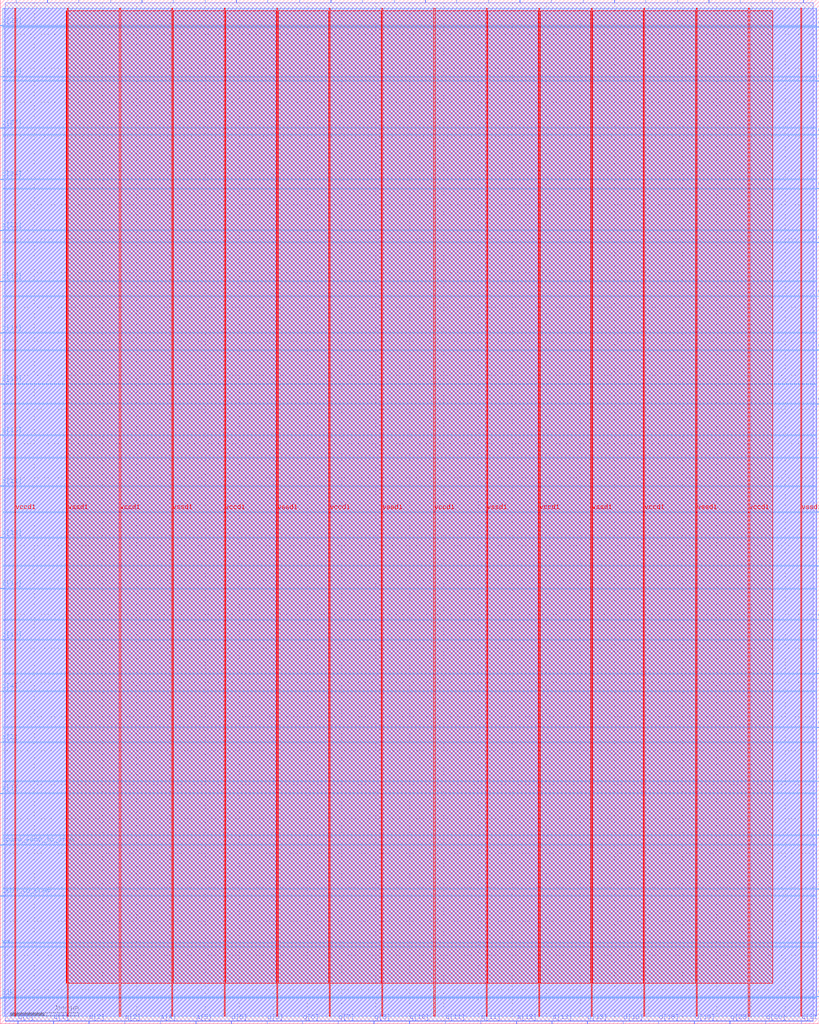
<source format=lef>
VERSION 5.7 ;
  NOWIREEXTENSIONATPIN ON ;
  DIVIDERCHAR "/" ;
  BUSBITCHARS "[]" ;
MACRO custom_sram
  CLASS BLOCK ;
  FOREIGN custom_sram ;
  ORIGIN 0.000 0.000 ;
  SIZE 1200.000 BY 1500.000 ;
  PIN a[0]
    DIRECTION INPUT ;
    USE SIGNAL ;
    PORT
      LAYER met2 ;
        RECT 23.090 1496.000 23.370 1500.000 ;
    END
  END a[0]
  PIN a[10]
    DIRECTION INPUT ;
    USE SIGNAL ;
    PORT
      LAYER met2 ;
        RECT 392.010 1496.000 392.290 1500.000 ;
    END
  END a[10]
  PIN a[11]
    DIRECTION INPUT ;
    USE SIGNAL ;
    PORT
      LAYER met3 ;
        RECT 1196.000 670.520 1200.000 671.120 ;
    END
  END a[11]
  PIN a[12]
    DIRECTION INPUT ;
    USE SIGNAL ;
    PORT
      LAYER met3 ;
        RECT 0.000 637.200 4.000 637.800 ;
    END
  END a[12]
  PIN a[13]
    DIRECTION INPUT ;
    USE SIGNAL ;
    PORT
      LAYER met2 ;
        RECT 756.330 0.000 756.610 4.000 ;
    END
  END a[13]
  PIN a[14]
    DIRECTION INPUT ;
    USE SIGNAL ;
    PORT
      LAYER met3 ;
        RECT 1196.000 749.400 1200.000 750.000 ;
    END
  END a[14]
  PIN a[15]
    DIRECTION INPUT ;
    USE SIGNAL ;
    PORT
      LAYER met3 ;
        RECT 0.000 862.280 4.000 862.880 ;
    END
  END a[15]
  PIN a[16]
    DIRECTION INPUT ;
    USE SIGNAL ;
    PORT
      LAYER met3 ;
        RECT 0.000 937.080 4.000 937.680 ;
    END
  END a[16]
  PIN a[17]
    DIRECTION INPUT ;
    USE SIGNAL ;
    PORT
      LAYER met2 ;
        RECT 668.930 1496.000 669.210 1500.000 ;
    END
  END a[17]
  PIN a[18]
    DIRECTION INPUT ;
    USE SIGNAL ;
    PORT
      LAYER met2 ;
        RECT 761.390 1496.000 761.670 1500.000 ;
    END
  END a[18]
  PIN a[19]
    DIRECTION INPUT ;
    USE SIGNAL ;
    PORT
      LAYER met3 ;
        RECT 1196.000 828.960 1200.000 829.560 ;
    END
  END a[19]
  PIN a[1]
    DIRECTION INPUT ;
    USE SIGNAL ;
    PORT
      LAYER met3 ;
        RECT 0.000 337.320 4.000 337.920 ;
    END
  END a[1]
  PIN a[2]
    DIRECTION INPUT ;
    USE SIGNAL ;
    PORT
      LAYER met2 ;
        RECT 115.090 1496.000 115.370 1500.000 ;
    END
  END a[2]
  PIN a[3]
    DIRECTION INPUT ;
    USE SIGNAL ;
    PORT
      LAYER met2 ;
        RECT 161.550 1496.000 161.830 1500.000 ;
    END
  END a[3]
  PIN a[4]
    DIRECTION INPUT ;
    USE SIGNAL ;
    PORT
      LAYER met2 ;
        RECT 234.230 0.000 234.510 4.000 ;
    END
  END a[4]
  PIN a[5]
    DIRECTION INPUT ;
    USE SIGNAL ;
    PORT
      LAYER met2 ;
        RECT 286.670 0.000 286.950 4.000 ;
    END
  END a[5]
  PIN a[6]
    DIRECTION INPUT ;
    USE SIGNAL ;
    PORT
      LAYER met3 ;
        RECT 1196.000 197.240 1200.000 197.840 ;
    END
  END a[6]
  PIN a[7]
    DIRECTION INPUT ;
    USE SIGNAL ;
    PORT
      LAYER met3 ;
        RECT 1196.000 355.000 1200.000 355.600 ;
    END
  END a[7]
  PIN a[8]
    DIRECTION INPUT ;
    USE SIGNAL ;
    PORT
      LAYER met2 ;
        RECT 300.010 1496.000 300.290 1500.000 ;
    END
  END a[8]
  PIN a[9]
    DIRECTION INPUT ;
    USE SIGNAL ;
    PORT
      LAYER met3 ;
        RECT 1196.000 512.760 1200.000 513.360 ;
    END
  END a[9]
  PIN clk
    DIRECTION INPUT ;
    USE SIGNAL ;
    PORT
      LAYER met3 ;
        RECT 0.000 37.440 4.000 38.040 ;
    END
  END clk
  PIN csb0_to_sram
    DIRECTION INPUT ;
    USE SIGNAL ;
    PORT
      LAYER met3 ;
        RECT 0.000 187.040 4.000 187.640 ;
    END
  END csb0_to_sram
  PIN d[0]
    DIRECTION INPUT ;
    USE SIGNAL ;
    PORT
      LAYER met2 ;
        RECT 25.850 0.000 26.130 4.000 ;
    END
  END d[0]
  PIN d[10]
    DIRECTION INPUT ;
    USE SIGNAL ;
    PORT
      LAYER met3 ;
        RECT 0.000 562.400 4.000 563.000 ;
    END
  END d[10]
  PIN d[11]
    DIRECTION INPUT ;
    USE SIGNAL ;
    PORT
      LAYER met2 ;
        RECT 651.910 0.000 652.190 4.000 ;
    END
  END d[11]
  PIN d[12]
    DIRECTION INPUT ;
    USE SIGNAL ;
    PORT
      LAYER met2 ;
        RECT 438.470 1496.000 438.750 1500.000 ;
    END
  END d[12]
  PIN d[13]
    DIRECTION INPUT ;
    USE SIGNAL ;
    PORT
      LAYER met2 ;
        RECT 808.310 0.000 808.590 4.000 ;
    END
  END d[13]
  PIN d[14]
    DIRECTION INPUT ;
    USE SIGNAL ;
    PORT
      LAYER met3 ;
        RECT 0.000 712.000 4.000 712.600 ;
    END
  END d[14]
  PIN d[15]
    DIRECTION INPUT ;
    USE SIGNAL ;
    PORT
      LAYER met2 ;
        RECT 530.470 1496.000 530.750 1500.000 ;
    END
  END d[15]
  PIN d[16]
    DIRECTION INPUT ;
    USE SIGNAL ;
    PORT
      LAYER met2 ;
        RECT 912.730 0.000 913.010 4.000 ;
    END
  END d[16]
  PIN d[17]
    DIRECTION INPUT ;
    USE SIGNAL ;
    PORT
      LAYER met3 ;
        RECT 0.000 1011.880 4.000 1012.480 ;
    END
  END d[17]
  PIN d[18]
    DIRECTION INPUT ;
    USE SIGNAL ;
    PORT
      LAYER met2 ;
        RECT 964.710 0.000 964.990 4.000 ;
    END
  END d[18]
  PIN d[19]
    DIRECTION INPUT ;
    USE SIGNAL ;
    PORT
      LAYER met2 ;
        RECT 1017.150 0.000 1017.430 4.000 ;
    END
  END d[19]
  PIN d[1]
    DIRECTION INPUT ;
    USE SIGNAL ;
    PORT
      LAYER met2 ;
        RECT 77.830 0.000 78.110 4.000 ;
    END
  END d[1]
  PIN d[20]
    DIRECTION INPUT ;
    USE SIGNAL ;
    PORT
      LAYER met2 ;
        RECT 853.850 1496.000 854.130 1500.000 ;
    END
  END d[20]
  PIN d[21]
    DIRECTION INPUT ;
    USE SIGNAL ;
    PORT
      LAYER met3 ;
        RECT 1196.000 907.840 1200.000 908.440 ;
    END
  END d[21]
  PIN d[22]
    DIRECTION INPUT ;
    USE SIGNAL ;
    PORT
      LAYER met3 ;
        RECT 1196.000 986.720 1200.000 987.320 ;
    END
  END d[22]
  PIN d[23]
    DIRECTION INPUT ;
    USE SIGNAL ;
    PORT
      LAYER met3 ;
        RECT 0.000 1162.160 4.000 1162.760 ;
    END
  END d[23]
  PIN d[24]
    DIRECTION INPUT ;
    USE SIGNAL ;
    PORT
      LAYER met3 ;
        RECT 1196.000 1144.480 1200.000 1145.080 ;
    END
  END d[24]
  PIN d[25]
    DIRECTION INPUT ;
    USE SIGNAL ;
    PORT
      LAYER met2 ;
        RECT 1038.310 1496.000 1038.590 1500.000 ;
    END
  END d[25]
  PIN d[26]
    DIRECTION INPUT ;
    USE SIGNAL ;
    PORT
      LAYER met3 ;
        RECT 1196.000 1302.240 1200.000 1302.840 ;
    END
  END d[26]
  PIN d[27]
    DIRECTION INPUT ;
    USE SIGNAL ;
    PORT
      LAYER met3 ;
        RECT 0.000 1312.440 4.000 1313.040 ;
    END
  END d[27]
  PIN d[28]
    DIRECTION INPUT ;
    USE SIGNAL ;
    PORT
      LAYER met3 ;
        RECT 0.000 1462.040 4.000 1462.640 ;
    END
  END d[28]
  PIN d[29]
    DIRECTION INPUT ;
    USE SIGNAL ;
    PORT
      LAYER met3 ;
        RECT 1196.000 1381.120 1200.000 1381.720 ;
    END
  END d[29]
  PIN d[2]
    DIRECTION INPUT ;
    USE SIGNAL ;
    PORT
      LAYER met2 ;
        RECT 129.810 0.000 130.090 4.000 ;
    END
  END d[2]
  PIN d[30]
    DIRECTION INPUT ;
    USE SIGNAL ;
    PORT
      LAYER met2 ;
        RECT 1121.570 0.000 1121.850 4.000 ;
    END
  END d[30]
  PIN d[31]
    DIRECTION INPUT ;
    USE SIGNAL ;
    PORT
      LAYER met2 ;
        RECT 1173.550 0.000 1173.830 4.000 ;
    END
  END d[31]
  PIN d[3]
    DIRECTION INPUT ;
    USE SIGNAL ;
    PORT
      LAYER met3 ;
        RECT 0.000 412.120 4.000 412.720 ;
    END
  END d[3]
  PIN d[4]
    DIRECTION INPUT ;
    USE SIGNAL ;
    PORT
      LAYER met3 ;
        RECT 0.000 486.920 4.000 487.520 ;
    END
  END d[4]
  PIN d[5]
    DIRECTION INPUT ;
    USE SIGNAL ;
    PORT
      LAYER met2 ;
        RECT 338.650 0.000 338.930 4.000 ;
    END
  END d[5]
  PIN d[6]
    DIRECTION INPUT ;
    USE SIGNAL ;
    PORT
      LAYER met3 ;
        RECT 1196.000 276.120 1200.000 276.720 ;
    END
  END d[6]
  PIN d[7]
    DIRECTION INPUT ;
    USE SIGNAL ;
    PORT
      LAYER met2 ;
        RECT 253.550 1496.000 253.830 1500.000 ;
    END
  END d[7]
  PIN d[8]
    DIRECTION INPUT ;
    USE SIGNAL ;
    PORT
      LAYER met3 ;
        RECT 1196.000 433.880 1200.000 434.480 ;
    END
  END d[8]
  PIN d[9]
    DIRECTION INPUT ;
    USE SIGNAL ;
    PORT
      LAYER met2 ;
        RECT 346.010 1496.000 346.290 1500.000 ;
    END
  END d[9]
  PIN q[0]
    DIRECTION OUTPUT TRISTATE ;
    USE SIGNAL ;
    PORT
      LAYER met2 ;
        RECT 69.090 1496.000 69.370 1500.000 ;
    END
  END q[0]
  PIN q[10]
    DIRECTION OUTPUT TRISTATE ;
    USE SIGNAL ;
    PORT
      LAYER met2 ;
        RECT 599.470 0.000 599.750 4.000 ;
    END
  END q[10]
  PIN q[11]
    DIRECTION OUTPUT TRISTATE ;
    USE SIGNAL ;
    PORT
      LAYER met2 ;
        RECT 703.890 0.000 704.170 4.000 ;
    END
  END q[11]
  PIN q[12]
    DIRECTION OUTPUT TRISTATE ;
    USE SIGNAL ;
    PORT
      LAYER met2 ;
        RECT 484.470 1496.000 484.750 1500.000 ;
    END
  END q[12]
  PIN q[13]
    DIRECTION OUTPUT TRISTATE ;
    USE SIGNAL ;
    PORT
      LAYER met2 ;
        RECT 860.290 0.000 860.570 4.000 ;
    END
  END q[13]
  PIN q[14]
    DIRECTION OUTPUT TRISTATE ;
    USE SIGNAL ;
    PORT
      LAYER met3 ;
        RECT 0.000 787.480 4.000 788.080 ;
    END
  END q[14]
  PIN q[15]
    DIRECTION OUTPUT TRISTATE ;
    USE SIGNAL ;
    PORT
      LAYER met2 ;
        RECT 576.930 1496.000 577.210 1500.000 ;
    END
  END q[15]
  PIN q[16]
    DIRECTION OUTPUT TRISTATE ;
    USE SIGNAL ;
    PORT
      LAYER met2 ;
        RECT 622.930 1496.000 623.210 1500.000 ;
    END
  END q[16]
  PIN q[17]
    DIRECTION OUTPUT TRISTATE ;
    USE SIGNAL ;
    PORT
      LAYER met2 ;
        RECT 715.390 1496.000 715.670 1500.000 ;
    END
  END q[17]
  PIN q[18]
    DIRECTION OUTPUT TRISTATE ;
    USE SIGNAL ;
    PORT
      LAYER met2 ;
        RECT 807.390 1496.000 807.670 1500.000 ;
    END
  END q[18]
  PIN q[19]
    DIRECTION OUTPUT TRISTATE ;
    USE SIGNAL ;
    PORT
      LAYER met3 ;
        RECT 0.000 1087.360 4.000 1087.960 ;
    END
  END q[19]
  PIN q[1]
    DIRECTION OUTPUT TRISTATE ;
    USE SIGNAL ;
    PORT
      LAYER met3 ;
        RECT 1196.000 39.480 1200.000 40.080 ;
    END
  END q[1]
  PIN q[20]
    DIRECTION OUTPUT TRISTATE ;
    USE SIGNAL ;
    PORT
      LAYER met2 ;
        RECT 899.850 1496.000 900.130 1500.000 ;
    END
  END q[20]
  PIN q[21]
    DIRECTION OUTPUT TRISTATE ;
    USE SIGNAL ;
    PORT
      LAYER met2 ;
        RECT 945.850 1496.000 946.130 1500.000 ;
    END
  END q[21]
  PIN q[22]
    DIRECTION OUTPUT TRISTATE ;
    USE SIGNAL ;
    PORT
      LAYER met3 ;
        RECT 1196.000 1065.600 1200.000 1066.200 ;
    END
  END q[22]
  PIN q[23]
    DIRECTION OUTPUT TRISTATE ;
    USE SIGNAL ;
    PORT
      LAYER met2 ;
        RECT 992.310 1496.000 992.590 1500.000 ;
    END
  END q[23]
  PIN q[24]
    DIRECTION OUTPUT TRISTATE ;
    USE SIGNAL ;
    PORT
      LAYER met3 ;
        RECT 0.000 1236.960 4.000 1237.560 ;
    END
  END q[24]
  PIN q[25]
    DIRECTION OUTPUT TRISTATE ;
    USE SIGNAL ;
    PORT
      LAYER met3 ;
        RECT 1196.000 1223.360 1200.000 1223.960 ;
    END
  END q[25]
  PIN q[26]
    DIRECTION OUTPUT TRISTATE ;
    USE SIGNAL ;
    PORT
      LAYER met2 ;
        RECT 1084.310 1496.000 1084.590 1500.000 ;
    END
  END q[26]
  PIN q[27]
    DIRECTION OUTPUT TRISTATE ;
    USE SIGNAL ;
    PORT
      LAYER met3 ;
        RECT 0.000 1387.240 4.000 1387.840 ;
    END
  END q[27]
  PIN q[28]
    DIRECTION OUTPUT TRISTATE ;
    USE SIGNAL ;
    PORT
      LAYER met2 ;
        RECT 1069.130 0.000 1069.410 4.000 ;
    END
  END q[28]
  PIN q[29]
    DIRECTION OUTPUT TRISTATE ;
    USE SIGNAL ;
    PORT
      LAYER met3 ;
        RECT 1196.000 1460.000 1200.000 1460.600 ;
    END
  END q[29]
  PIN q[2]
    DIRECTION OUTPUT TRISTATE ;
    USE SIGNAL ;
    PORT
      LAYER met2 ;
        RECT 182.250 0.000 182.530 4.000 ;
    END
  END q[2]
  PIN q[30]
    DIRECTION OUTPUT TRISTATE ;
    USE SIGNAL ;
    PORT
      LAYER met2 ;
        RECT 1130.770 1496.000 1131.050 1500.000 ;
    END
  END q[30]
  PIN q[31]
    DIRECTION OUTPUT TRISTATE ;
    USE SIGNAL ;
    PORT
      LAYER met2 ;
        RECT 1176.770 1496.000 1177.050 1500.000 ;
    END
  END q[31]
  PIN q[3]
    DIRECTION OUTPUT TRISTATE ;
    USE SIGNAL ;
    PORT
      LAYER met3 ;
        RECT 1196.000 118.360 1200.000 118.960 ;
    END
  END q[3]
  PIN q[4]
    DIRECTION OUTPUT TRISTATE ;
    USE SIGNAL ;
    PORT
      LAYER met2 ;
        RECT 207.550 1496.000 207.830 1500.000 ;
    END
  END q[4]
  PIN q[5]
    DIRECTION OUTPUT TRISTATE ;
    USE SIGNAL ;
    PORT
      LAYER met2 ;
        RECT 391.090 0.000 391.370 4.000 ;
    END
  END q[5]
  PIN q[6]
    DIRECTION OUTPUT TRISTATE ;
    USE SIGNAL ;
    PORT
      LAYER met2 ;
        RECT 443.070 0.000 443.350 4.000 ;
    END
  END q[6]
  PIN q[7]
    DIRECTION OUTPUT TRISTATE ;
    USE SIGNAL ;
    PORT
      LAYER met2 ;
        RECT 495.050 0.000 495.330 4.000 ;
    END
  END q[7]
  PIN q[8]
    DIRECTION OUTPUT TRISTATE ;
    USE SIGNAL ;
    PORT
      LAYER met2 ;
        RECT 547.490 0.000 547.770 4.000 ;
    END
  END q[8]
  PIN q[9]
    DIRECTION OUTPUT TRISTATE ;
    USE SIGNAL ;
    PORT
      LAYER met3 ;
        RECT 1196.000 591.640 1200.000 592.240 ;
    END
  END q[9]
  PIN spare_wen0_to_sram
    DIRECTION INPUT ;
    USE SIGNAL ;
    PORT
      LAYER met3 ;
        RECT 0.000 261.840 4.000 262.440 ;
    END
  END spare_wen0_to_sram
  PIN vccd1
    DIRECTION INPUT ;
    USE POWER ;
    PORT
      LAYER met4 ;
        RECT 21.040 10.640 22.640 1488.080 ;
    END
    PORT
      LAYER met4 ;
        RECT 174.640 10.640 176.240 1488.080 ;
    END
    PORT
      LAYER met4 ;
        RECT 328.240 10.640 329.840 1488.080 ;
    END
    PORT
      LAYER met4 ;
        RECT 481.840 10.640 483.440 1488.080 ;
    END
    PORT
      LAYER met4 ;
        RECT 635.440 10.640 637.040 1488.080 ;
    END
    PORT
      LAYER met4 ;
        RECT 789.040 10.640 790.640 1488.080 ;
    END
    PORT
      LAYER met4 ;
        RECT 942.640 10.640 944.240 1488.080 ;
    END
    PORT
      LAYER met4 ;
        RECT 1096.240 10.640 1097.840 1488.080 ;
    END
  END vccd1
  PIN vssd1
    DIRECTION INPUT ;
    USE GROUND ;
    PORT
      LAYER met4 ;
        RECT 97.840 10.640 99.440 1488.080 ;
    END
    PORT
      LAYER met4 ;
        RECT 251.440 10.640 253.040 1488.080 ;
    END
    PORT
      LAYER met4 ;
        RECT 405.040 10.640 406.640 1488.080 ;
    END
    PORT
      LAYER met4 ;
        RECT 558.640 10.640 560.240 1488.080 ;
    END
    PORT
      LAYER met4 ;
        RECT 712.240 10.640 713.840 1488.080 ;
    END
    PORT
      LAYER met4 ;
        RECT 865.840 10.640 867.440 1488.080 ;
    END
    PORT
      LAYER met4 ;
        RECT 1019.440 10.640 1021.040 1488.080 ;
    END
    PORT
      LAYER met4 ;
        RECT 1173.040 10.640 1174.640 1488.080 ;
    END
  END vssd1
  PIN we
    DIRECTION INPUT ;
    USE SIGNAL ;
    PORT
      LAYER met3 ;
        RECT 0.000 112.240 4.000 112.840 ;
    END
  END we
  OBS
      LAYER li1 ;
        RECT 5.520 10.795 1195.395 1487.925 ;
      LAYER met1 ;
        RECT 5.520 10.640 1195.455 1488.080 ;
      LAYER met2 ;
        RECT 6.990 1495.720 22.810 1496.000 ;
        RECT 23.650 1495.720 68.810 1496.000 ;
        RECT 69.650 1495.720 114.810 1496.000 ;
        RECT 115.650 1495.720 161.270 1496.000 ;
        RECT 162.110 1495.720 207.270 1496.000 ;
        RECT 208.110 1495.720 253.270 1496.000 ;
        RECT 254.110 1495.720 299.730 1496.000 ;
        RECT 300.570 1495.720 345.730 1496.000 ;
        RECT 346.570 1495.720 391.730 1496.000 ;
        RECT 392.570 1495.720 438.190 1496.000 ;
        RECT 439.030 1495.720 484.190 1496.000 ;
        RECT 485.030 1495.720 530.190 1496.000 ;
        RECT 531.030 1495.720 576.650 1496.000 ;
        RECT 577.490 1495.720 622.650 1496.000 ;
        RECT 623.490 1495.720 668.650 1496.000 ;
        RECT 669.490 1495.720 715.110 1496.000 ;
        RECT 715.950 1495.720 761.110 1496.000 ;
        RECT 761.950 1495.720 807.110 1496.000 ;
        RECT 807.950 1495.720 853.570 1496.000 ;
        RECT 854.410 1495.720 899.570 1496.000 ;
        RECT 900.410 1495.720 945.570 1496.000 ;
        RECT 946.410 1495.720 992.030 1496.000 ;
        RECT 992.870 1495.720 1038.030 1496.000 ;
        RECT 1038.870 1495.720 1084.030 1496.000 ;
        RECT 1084.870 1495.720 1130.490 1496.000 ;
        RECT 1131.330 1495.720 1176.490 1496.000 ;
        RECT 1177.330 1495.720 1190.850 1496.000 ;
        RECT 6.990 4.280 1190.850 1495.720 ;
        RECT 6.990 3.670 25.570 4.280 ;
        RECT 26.410 3.670 77.550 4.280 ;
        RECT 78.390 3.670 129.530 4.280 ;
        RECT 130.370 3.670 181.970 4.280 ;
        RECT 182.810 3.670 233.950 4.280 ;
        RECT 234.790 3.670 286.390 4.280 ;
        RECT 287.230 3.670 338.370 4.280 ;
        RECT 339.210 3.670 390.810 4.280 ;
        RECT 391.650 3.670 442.790 4.280 ;
        RECT 443.630 3.670 494.770 4.280 ;
        RECT 495.610 3.670 547.210 4.280 ;
        RECT 548.050 3.670 599.190 4.280 ;
        RECT 600.030 3.670 651.630 4.280 ;
        RECT 652.470 3.670 703.610 4.280 ;
        RECT 704.450 3.670 756.050 4.280 ;
        RECT 756.890 3.670 808.030 4.280 ;
        RECT 808.870 3.670 860.010 4.280 ;
        RECT 860.850 3.670 912.450 4.280 ;
        RECT 913.290 3.670 964.430 4.280 ;
        RECT 965.270 3.670 1016.870 4.280 ;
        RECT 1017.710 3.670 1068.850 4.280 ;
        RECT 1069.690 3.670 1121.290 4.280 ;
        RECT 1122.130 3.670 1173.270 4.280 ;
        RECT 1174.110 3.670 1190.850 4.280 ;
      LAYER met3 ;
        RECT 4.000 1463.040 1196.000 1488.005 ;
        RECT 4.400 1461.640 1196.000 1463.040 ;
        RECT 4.000 1461.000 1196.000 1461.640 ;
        RECT 4.000 1459.600 1195.600 1461.000 ;
        RECT 4.000 1388.240 1196.000 1459.600 ;
        RECT 4.400 1386.840 1196.000 1388.240 ;
        RECT 4.000 1382.120 1196.000 1386.840 ;
        RECT 4.000 1380.720 1195.600 1382.120 ;
        RECT 4.000 1313.440 1196.000 1380.720 ;
        RECT 4.400 1312.040 1196.000 1313.440 ;
        RECT 4.000 1303.240 1196.000 1312.040 ;
        RECT 4.000 1301.840 1195.600 1303.240 ;
        RECT 4.000 1237.960 1196.000 1301.840 ;
        RECT 4.400 1236.560 1196.000 1237.960 ;
        RECT 4.000 1224.360 1196.000 1236.560 ;
        RECT 4.000 1222.960 1195.600 1224.360 ;
        RECT 4.000 1163.160 1196.000 1222.960 ;
        RECT 4.400 1161.760 1196.000 1163.160 ;
        RECT 4.000 1145.480 1196.000 1161.760 ;
        RECT 4.000 1144.080 1195.600 1145.480 ;
        RECT 4.000 1088.360 1196.000 1144.080 ;
        RECT 4.400 1086.960 1196.000 1088.360 ;
        RECT 4.000 1066.600 1196.000 1086.960 ;
        RECT 4.000 1065.200 1195.600 1066.600 ;
        RECT 4.000 1012.880 1196.000 1065.200 ;
        RECT 4.400 1011.480 1196.000 1012.880 ;
        RECT 4.000 987.720 1196.000 1011.480 ;
        RECT 4.000 986.320 1195.600 987.720 ;
        RECT 4.000 938.080 1196.000 986.320 ;
        RECT 4.400 936.680 1196.000 938.080 ;
        RECT 4.000 908.840 1196.000 936.680 ;
        RECT 4.000 907.440 1195.600 908.840 ;
        RECT 4.000 863.280 1196.000 907.440 ;
        RECT 4.400 861.880 1196.000 863.280 ;
        RECT 4.000 829.960 1196.000 861.880 ;
        RECT 4.000 828.560 1195.600 829.960 ;
        RECT 4.000 788.480 1196.000 828.560 ;
        RECT 4.400 787.080 1196.000 788.480 ;
        RECT 4.000 750.400 1196.000 787.080 ;
        RECT 4.000 749.000 1195.600 750.400 ;
        RECT 4.000 713.000 1196.000 749.000 ;
        RECT 4.400 711.600 1196.000 713.000 ;
        RECT 4.000 671.520 1196.000 711.600 ;
        RECT 4.000 670.120 1195.600 671.520 ;
        RECT 4.000 638.200 1196.000 670.120 ;
        RECT 4.400 636.800 1196.000 638.200 ;
        RECT 4.000 592.640 1196.000 636.800 ;
        RECT 4.000 591.240 1195.600 592.640 ;
        RECT 4.000 563.400 1196.000 591.240 ;
        RECT 4.400 562.000 1196.000 563.400 ;
        RECT 4.000 513.760 1196.000 562.000 ;
        RECT 4.000 512.360 1195.600 513.760 ;
        RECT 4.000 487.920 1196.000 512.360 ;
        RECT 4.400 486.520 1196.000 487.920 ;
        RECT 4.000 434.880 1196.000 486.520 ;
        RECT 4.000 433.480 1195.600 434.880 ;
        RECT 4.000 413.120 1196.000 433.480 ;
        RECT 4.400 411.720 1196.000 413.120 ;
        RECT 4.000 356.000 1196.000 411.720 ;
        RECT 4.000 354.600 1195.600 356.000 ;
        RECT 4.000 338.320 1196.000 354.600 ;
        RECT 4.400 336.920 1196.000 338.320 ;
        RECT 4.000 277.120 1196.000 336.920 ;
        RECT 4.000 275.720 1195.600 277.120 ;
        RECT 4.000 262.840 1196.000 275.720 ;
        RECT 4.400 261.440 1196.000 262.840 ;
        RECT 4.000 198.240 1196.000 261.440 ;
        RECT 4.000 196.840 1195.600 198.240 ;
        RECT 4.000 188.040 1196.000 196.840 ;
        RECT 4.400 186.640 1196.000 188.040 ;
        RECT 4.000 119.360 1196.000 186.640 ;
        RECT 4.000 117.960 1195.600 119.360 ;
        RECT 4.000 113.240 1196.000 117.960 ;
        RECT 4.400 111.840 1196.000 113.240 ;
        RECT 4.000 40.480 1196.000 111.840 ;
        RECT 4.000 39.080 1195.600 40.480 ;
        RECT 4.000 38.440 1196.000 39.080 ;
        RECT 4.400 37.040 1196.000 38.440 ;
        RECT 4.000 10.715 1196.000 37.040 ;
      LAYER met4 ;
        RECT 96.895 59.335 97.440 1484.265 ;
        RECT 99.840 59.335 174.240 1484.265 ;
        RECT 176.640 59.335 251.040 1484.265 ;
        RECT 253.440 59.335 327.840 1484.265 ;
        RECT 330.240 59.335 404.640 1484.265 ;
        RECT 407.040 59.335 481.440 1484.265 ;
        RECT 483.840 59.335 558.240 1484.265 ;
        RECT 560.640 59.335 635.040 1484.265 ;
        RECT 637.440 59.335 711.840 1484.265 ;
        RECT 714.240 59.335 788.640 1484.265 ;
        RECT 791.040 59.335 865.440 1484.265 ;
        RECT 867.840 59.335 942.240 1484.265 ;
        RECT 944.640 59.335 1019.040 1484.265 ;
        RECT 1021.440 59.335 1095.840 1484.265 ;
        RECT 1098.240 59.335 1132.225 1484.265 ;
  END
END custom_sram
END LIBRARY


</source>
